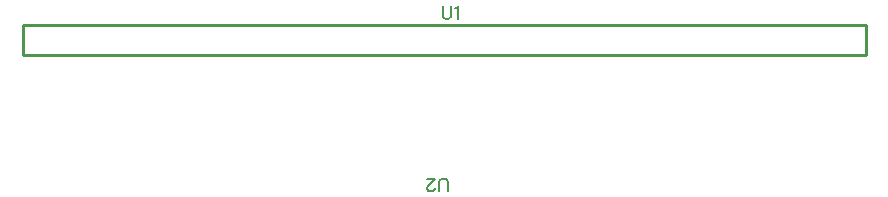
<source format=gto>
G04 Layer: TopSilkscreenLayer*
G04 EasyEDA v6.5.29, 2023-07-21 00:20:02*
G04 ca003af367b04b34b6e468f580e2009c,e855215096054eb7bd5858a7ef804e70,10*
G04 Gerber Generator version 0.2*
G04 Scale: 100 percent, Rotated: No, Reflected: No *
G04 Dimensions in millimeters *
G04 leading zeros omitted , absolute positions ,4 integer and 5 decimal *
%FSLAX45Y45*%
%MOMM*%

%ADD10C,0.1524*%
%ADD11C,0.2540*%

%LPD*%
D10*
X3835400Y1918715D02*
G01*
X3835400Y1840737D01*
X3840479Y1825244D01*
X3850893Y1814829D01*
X3866641Y1809750D01*
X3877056Y1809750D01*
X3892550Y1814829D01*
X3902963Y1825244D01*
X3908043Y1840737D01*
X3908043Y1918715D01*
X3942334Y1897887D02*
G01*
X3952747Y1903221D01*
X3968495Y1918715D01*
X3968495Y1809750D01*
X3878747Y346626D02*
G01*
X3878747Y424604D01*
X3873667Y440098D01*
X3863253Y450512D01*
X3847505Y455592D01*
X3837091Y455592D01*
X3821597Y450512D01*
X3811183Y440098D01*
X3806103Y424604D01*
X3806103Y346626D01*
X3766479Y372534D02*
G01*
X3766479Y367454D01*
X3761399Y357040D01*
X3756065Y351706D01*
X3745651Y346626D01*
X3725077Y346626D01*
X3714663Y351706D01*
X3709329Y357040D01*
X3704249Y367454D01*
X3704249Y377868D01*
X3709329Y388282D01*
X3719743Y403776D01*
X3771813Y455592D01*
X3698915Y455592D01*
D11*
X279450Y1752625D02*
G01*
X7416800Y1752600D01*
X279450Y1751634D02*
G01*
X279450Y1497634D01*
X281457Y1497634D02*
G01*
X7416800Y1498600D01*
X7416800Y1752600D02*
G01*
X7416800Y1498600D01*
M02*

</source>
